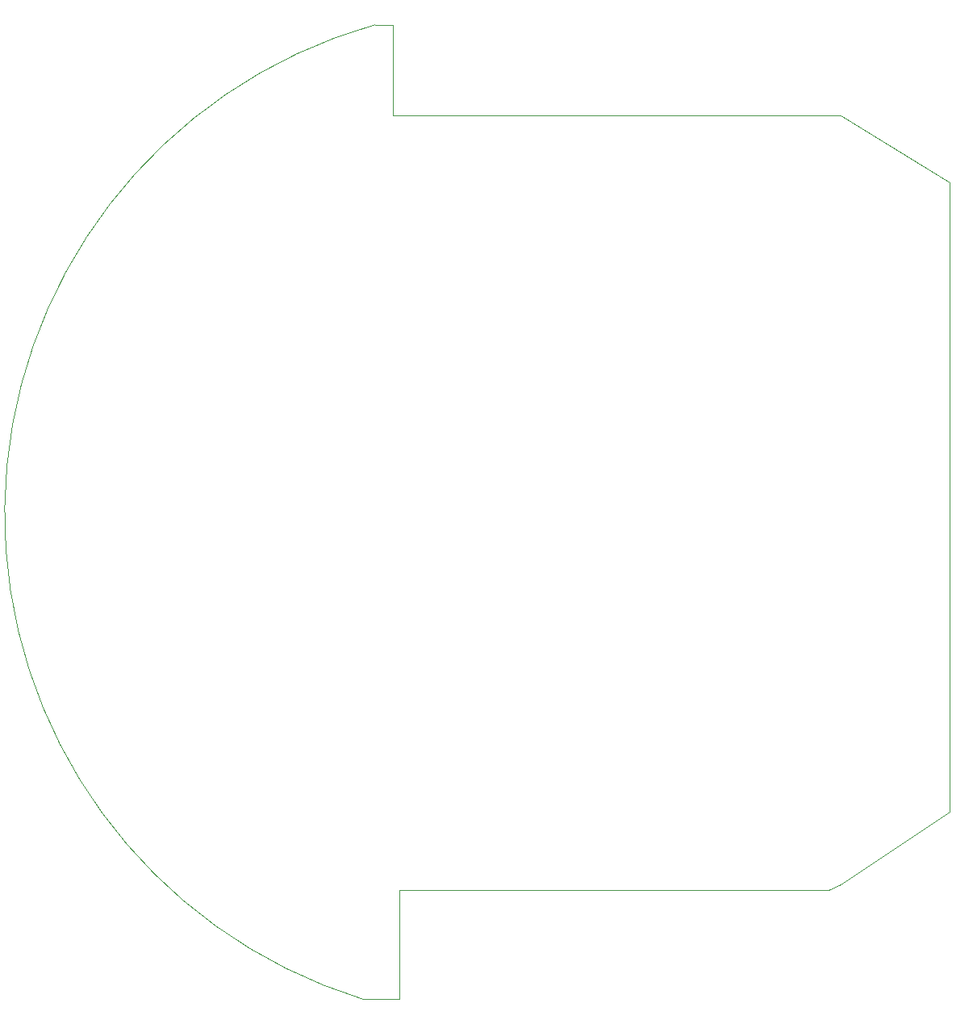
<source format=gm1>
G04 #@! TF.GenerationSoftware,KiCad,Pcbnew,(6.0.9)*
G04 #@! TF.CreationDate,2022-12-03T11:20:38+05:30*
G04 #@! TF.ProjectId,micromouseus,6d696372-6f6d-46f7-9573-6575732e6b69,rev?*
G04 #@! TF.SameCoordinates,Original*
G04 #@! TF.FileFunction,Profile,NP*
%FSLAX46Y46*%
G04 Gerber Fmt 4.6, Leading zero omitted, Abs format (unit mm)*
G04 Created by KiCad (PCBNEW (6.0.9)) date 2022-12-03 11:20:38*
%MOMM*%
%LPD*%
G01*
G04 APERTURE LIST*
G04 #@! TA.AperFunction,Profile*
%ADD10C,0.100000*%
G04 #@! TD*
G04 APERTURE END LIST*
D10*
X180340000Y-130175000D02*
X181610000Y-129540000D01*
X140335000Y-130175000D02*
X180340000Y-130175000D01*
X133985000Y-141605000D02*
X131445000Y-141605000D01*
X140335000Y-130175000D02*
X135255000Y-130175000D01*
X134620000Y-48895000D02*
X181610000Y-48895000D01*
X132715000Y-39370000D02*
G75*
G03*
X131445000Y-141605000I14437187J-51304732D01*
G01*
X135255000Y-130175000D02*
X135255000Y-141605000D01*
X193040000Y-55880000D02*
X193040000Y-121920000D01*
X181610000Y-129540000D02*
X193040000Y-121920000D01*
X134620000Y-39370000D02*
X132715000Y-39370000D01*
X134620000Y-48895000D02*
X134620000Y-39370000D01*
X135255000Y-141605000D02*
X133985000Y-141605000D01*
X181610000Y-48895000D02*
X193040000Y-55880000D01*
M02*

</source>
